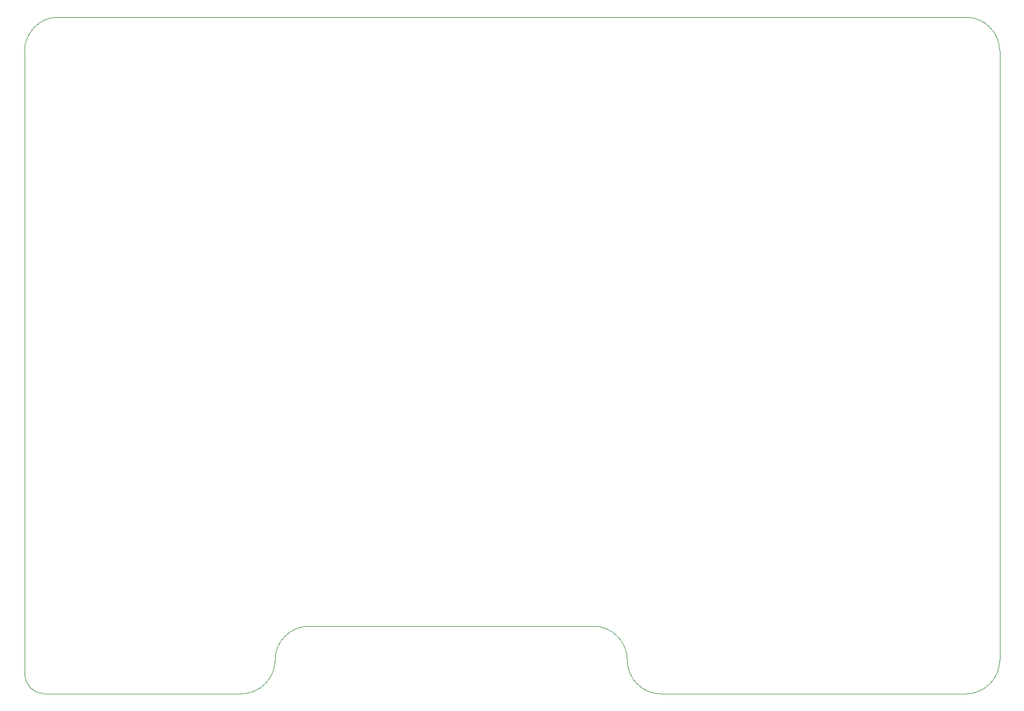
<source format=gm1>
G04 #@! TF.GenerationSoftware,KiCad,Pcbnew,(6.0.7)*
G04 #@! TF.CreationDate,2022-11-29T22:22:54-08:00*
G04 #@! TF.ProjectId,UrbanSteering,55726261-6e53-4746-9565-72696e672e6b,rev?*
G04 #@! TF.SameCoordinates,Original*
G04 #@! TF.FileFunction,Profile,NP*
%FSLAX46Y46*%
G04 Gerber Fmt 4.6, Leading zero omitted, Abs format (unit mm)*
G04 Created by KiCad (PCBNEW (6.0.7)) date 2022-11-29 22:22:54*
%MOMM*%
%LPD*%
G01*
G04 APERTURE LIST*
G04 #@! TA.AperFunction,Profile*
%ADD10C,0.001500*%
G04 #@! TD*
G04 #@! TA.AperFunction,Profile*
%ADD11C,0.050000*%
G04 #@! TD*
G04 APERTURE END LIST*
D10*
X132000000Y-150000000D02*
X103000000Y-150000000D01*
D11*
X132000000Y-150000000D02*
G75*
G03*
X137000000Y-145000000I-57400J5057400D01*
G01*
X105000000Y-50000000D02*
G75*
G03*
X100000000Y-55000000I0J-5000000D01*
G01*
X100000000Y-147000000D02*
G75*
G03*
X103000000Y-150000000I3000000J0D01*
G01*
D10*
X239000000Y-150000000D02*
X194000000Y-150000000D01*
D11*
X142000000Y-140000000D02*
X184000000Y-140000000D01*
X142000000Y-140000000D02*
G75*
G03*
X137000000Y-145000000I0J-5000000D01*
G01*
D10*
X100000000Y-147000000D02*
X100000000Y-55000000D01*
X244000000Y-145000000D02*
X244000000Y-55000000D01*
D11*
X244000000Y-55000000D02*
G75*
G03*
X239000000Y-50000000I-5000000J0D01*
G01*
X137000000Y-145000000D02*
X137000000Y-145000000D01*
X189000000Y-145000000D02*
G75*
G03*
X184000000Y-140000000I-5000000J0D01*
G01*
X239000000Y-150000000D02*
G75*
G03*
X244000000Y-145000000I0J5000000D01*
G01*
X189000000Y-145000000D02*
G75*
G03*
X194000000Y-150000000I5000000J0D01*
G01*
D10*
X105000000Y-50000000D02*
X239000000Y-50000000D01*
M02*

</source>
